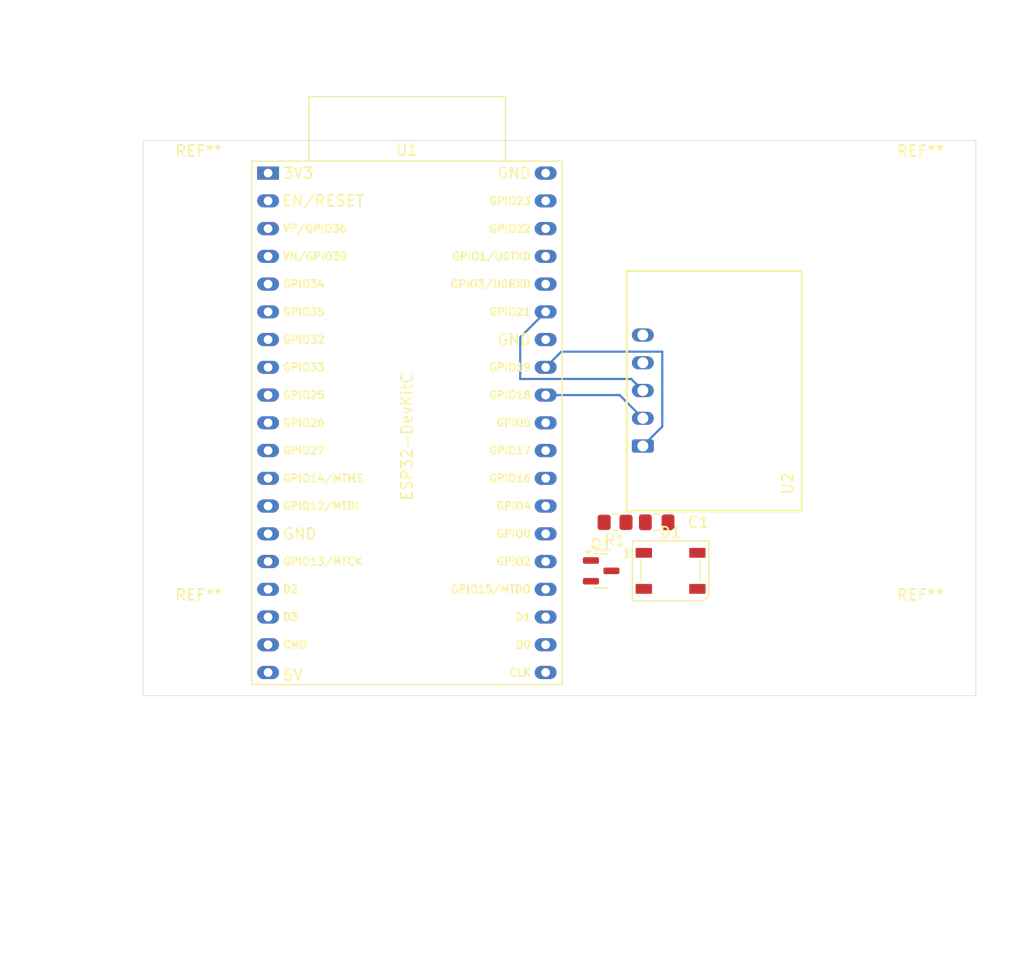
<source format=kicad_pcb>
(kicad_pcb (version 20241229) (generator "pcbnew") (generator_version "9.0")
  (layers (0 "F.Cu" signal) (2 "B.Cu" signal) (13 "F.Paste" user) (15 "B.Paste" user) (5 "F.SilkS" user "F.Silkscreen") (7 "B.SilkS" user "B.Silkscreen") (1 "F.Mask" user) (3 "B.Mask" user) (25 "Edge.Cuts" user))
  (net 0 "")
  (net 1 "Net-(D1-DIN)")
  (net 2 "+5V")
  (net 4 "GND")
  (net 22 "/RX")
  (net 32 "/OUT")
  (net 33 "/TX")
  (net 37 "+3.3V")
  (net 38 "Net-(Q1-S)")
  (footprint "Capacitor_SMD:C_0805_2012Metric_Pad1.18x1.45mm_HandSolder" (layer "F.Cu") (at 121.99 111.625)
    (property "Reference" "C1" (at 3.81 0 0) (layer "F.SilkS"))
    (property "Value" "0.1u")
    (fp_line (start -0.261252 -0.735) (end 0.261252 -0.735) (stroke (width 0.12)) (layer "F.SilkS"))
    (fp_line (start -0.261252 0.735) (end 0.261252 0.735) (stroke (width 0.12)) (layer "F.SilkS"))
    (pad "1" smd roundrect (at -1.0375 0) (size 1.175 1.45) (layers "F.Cu" "F.Mask" "F.Paste") (roundrect_rratio 0.212766) (net 2 "+5V"))
    (pad "2" smd roundrect (at 1.0375 0) (size 1.175 1.45) (layers "F.Cu" "F.Mask" "F.Paste") (roundrect_rratio 0.212766) (net 4 "GND"))
  )
  (footprint "MountingHole:MountingHole_3.2mm_M3" (layer "F.Cu") (at 146.12 81.78)
    (property "Reference" "REF**" (at 0 -4.15 0) (layer "F.SilkS"))
    (property "Value" "MountingHole_3.2mm_M3")
    (pad "" np_thru_hole circle (at 0 0) (size 3.2 3.2) (drill 3.2) (layers "*.Cu" "*.Mask"))
  )
  (footprint "MountingHole:MountingHole_3.2mm_M3" (layer "F.Cu") (at 80.08 122.42)
    (property "Reference" "REF**" (at 0 -4.15 0) (layer "F.SilkS"))
    (property "Value" "MountingHole_3.2mm_M3")
    (pad "" np_thru_hole circle (at 0 0) (size 3.2 3.2) (drill 3.2) (layers "*.Cu" "*.Mask"))
  )
  (footprint "LED_SMD:LED_WS2812B_PLCC4_5.0x5.0mm_P3.2mm" (layer "F.Cu") (at 123.26 116.07)
    (property "Reference" "D1" (at 0 -3.5 0) (layer "F.SilkS"))
    (property "Value" "WS2812B")
    (fp_line (start -3.5 -2.75) (end -3.5 2.75) (stroke (width 0.12)) (layer "F.SilkS"))
    (fp_line (start -3.5 -2.75) (end 3.5 -2.75) (stroke (width 0.12)) (layer "F.SilkS"))
    (fp_line (start -3.5 2.75) (end 3.05 2.75) (stroke (width 0.12)) (layer "F.SilkS"))
    (fp_line (start -2.7 0.9) (end -2.7 -0.9) (stroke (width 0.12)) (layer "F.SilkS"))
    (fp_line (start 2.7 0.9) (end 2.7 -0.9) (stroke (width 0.12)) (layer "F.SilkS"))
    (fp_line (start 3.05 2.75) (end 3.5 2.3) (stroke (width 0.12)) (layer "F.SilkS"))
    (fp_line (start 3.5 2.3) (end 3.5 -2.75) (stroke (width 0.12)) (layer "F.SilkS"))
    (fp_text user "1" (at -4 -1.6 0) (layer "F.SilkS") (effects (font (size 0.8 0.8))))
    (pad "1" smd roundrect (at -2.45 -1.65) (size 1.5 0.9) (layers "F.Cu" "F.Mask" "F.Paste") (roundrect_rratio 0.1) (net 2 "+5V"))
    (pad "2" smd roundrect (at -2.45 1.65) (size 1.5 0.9) (layers "F.Cu" "F.Mask" "F.Paste") (roundrect_rratio 0.1))
    (pad "3" smd roundrect (at 2.45 1.65) (size 1.5 0.9) (layers "F.Cu" "F.Mask" "F.Paste") (roundrect_rratio 0.1) (net 4 "GND"))
    (pad "4" smd roundrect (at 2.45 -1.65) (size 1.5 0.9) (layers "F.Cu" "F.Mask" "F.Paste") (roundrect_rratio 0.1) (net 1 "Net-(D1-DIN)"))
  )
  (footprint "HLK:LD2410C" (layer "F.Cu") (at 120.72 104.64 90)
    (property "Reference" "U2" (at -3.431 13.265 90) (layer "F.SilkS"))
    (property "Value" "LD2410C")
    (fp_rect (start -5.971 -1.465) (end 16.029 14.535) (stroke (width 0.2)) (fill no) (layer "F.SilkS"))
    (pad "1" thru_hole roundrect (at 0 0 90) (size 1.2 2) (drill 1) (layers "*.Cu" "*.Mask") (roundrect_rratio 0.1757592801) (net 33 "/TX"))
    (pad "2" thru_hole oval (at 2.54 0 90) (size 1.2 2) (drill 1) (layers "*.Cu" "*.Mask") (net 22 "/RX"))
    (pad "3" thru_hole oval (at 5.08 0 90) (size 1.2 2) (drill 1) (layers "*.Cu" "*.Mask") (net 32 "/OUT"))
    (pad "4" thru_hole oval (at 7.62 0 90) (size 1.2 2) (drill 1) (layers "*.Cu" "*.Mask") (net 4 "GND"))
    (pad "5" thru_hole oval (at 10.16 0 90) (size 1.2 2) (drill 1) (layers "*.Cu" "*.Mask") (net 2 "+5V"))
  )
  (footprint "Resistor_SMD:R_0805_2012Metric_Pad1.20x1.40mm_HandSolder" (layer "F.Cu") (at 118.18 111.625 180)
    (property "Reference" "R1" (at 0 -1.65 0) (layer "F.SilkS"))
    (property "Value" "10k")
    (fp_line (start -0.227064 0.735) (end 0.227064 0.735) (stroke (width 0.12)) (layer "F.SilkS"))
    (fp_line (start -0.227064 -0.735) (end 0.227064 -0.735) (stroke (width 0.12)) (layer "F.SilkS"))
    (pad "1" smd roundrect (at -1 0 180) (size 1.2 1.4) (layers "F.Cu" "F.Mask" "F.Paste") (roundrect_rratio 0.208333) (net 2 "+5V"))
    (pad "2" smd roundrect (at 1 0 180) (size 1.2 1.4) (layers "F.Cu" "F.Mask" "F.Paste") (roundrect_rratio 0.208333) (net 1 "Net-(D1-DIN)"))
  )
  (footprint "Espressif:ESP32-DevKitC" (layer "F.Cu") (at 86.43 79.65656)
    (property "Reference" "U1" (at 12.7 -2.1 0) (layer "F.SilkS"))
    (property "Value" "ESP32-DevKitC" (at 12.7 24.13 90) (layer "F.SilkS"))
    (fp_line (start -1.5 46.82) (end 26.899999 46.82) (stroke (width 0.12)) (layer "F.SilkS"))
    (fp_line (start -1.499999 -1.1) (end -1.5 46.82) (stroke (width 0.12)) (layer "F.SilkS"))
    (fp_line (start 3.73012 -7.01312) (end 21.71332 -7.01312) (stroke (width 0.12)) (layer "F.SilkS"))
    (fp_line (start 3.73012 -1.12032) (end 3.73012 -7.01312) (stroke (width 0.12)) (layer "F.SilkS"))
    (fp_line (start 21.71332 -7.01312) (end 21.71332 -1.12032) (stroke (width 0.12)) (layer "F.SilkS"))
    (fp_line (start 26.899999 46.82) (end 26.9 -1.1) (stroke (width 0.12)) (layer "F.SilkS"))
    (fp_line (start 26.9 -1.1) (end -1.499999 -1.1) (stroke (width 0.12)) (layer "F.SilkS"))
    (fp_text user "GPIO16" (at 24.13 27.94 0) (layer "F.SilkS") (effects (font (size 0.7 0.7)) (justify right)))
    (fp_text user "GND" (at 24.13 15.24 0) (layer "F.SilkS") (effects (justify right)))
    (fp_text user "D1" (at 24.13 40.64 0) (layer "F.SilkS") (effects (font (size 0.7 0.7)) (justify right)))
    (fp_text user "VP/GPIO36" (at 1.27 5.08 0) (layer "F.SilkS") (effects (font (size 0.7 0.7)) (justify left)))
    (fp_text user "GPIO18" (at 24.13 20.32 0) (layer "F.SilkS") (effects (font (size 0.7 0.7)) (justify right)))
    (fp_text user "GND" (at 1.27 33.02 0) (layer "F.SilkS") (effects (justify left)))
    (fp_text user "GPIO4" (at 24.13 30.48 0) (layer "F.SilkS") (effects (font (size 0.7 0.7)) (justify right)))
    (fp_text user "GPIO14/MTMS" (at 1.27 27.94 0) (layer "F.SilkS") (effects (font (size 0.7 0.7)) (justify left)))
    (fp_text user "3V3" (at 1.27 0 0) (layer "F.SilkS") (effects (justify left)))
    (fp_text user "GND" (at 24.13 0 0) (layer "F.SilkS") (effects (justify right)))
    (fp_text user "GPIO19" (at 24.13 17.78 0) (layer "F.SilkS") (effects (font (size 0.7 0.7)) (justify right)))
    (fp_text user "GPIO12/MTDI" (at 1.27 30.48 0) (layer "F.SilkS") (effects (font (size 0.7 0.7)) (justify left)))
    (fp_text user "GPIO33" (at 1.27 17.78 0) (layer "F.SilkS") (effects (font (size 0.7 0.7)) (justify left)))
    (fp_text user "CLK" (at 24.13 45.72 0) (layer "F.SilkS") (effects (font (size 0.7 0.7)) (justify right)))
    (fp_text user "GPIO34" (at 1.27 10.16 0) (layer "F.SilkS") (effects (font (size 0.7 0.7)) (justify left)))
    (fp_text user "GPIO5" (at 24.13 22.86 0) (layer "F.SilkS") (effects (font (size 0.7 0.7)) (justify right)))
    (fp_text user "GPIO0" (at 24.13 33.02 0) (layer "F.SilkS") (effects (font (size 0.7 0.7)) (justify right)))
    (fp_text user "GPIO2" (at 24.13 35.56 0) (layer "F.SilkS") (effects (font (size 0.7 0.7)) (justify right)))
    (fp_text user "GPIO17" (at 24.13 25.4 0) (layer "F.SilkS") (effects (font (size 0.7 0.7)) (justify right)))
    (fp_text user "GPIO25" (at 1.27 20.32 0) (layer "F.SilkS") (effects (font (size 0.7 0.7)) (justify left)))
    (fp_text user "GPIO26" (at 1.27 22.86 0) (layer "F.SilkS") (effects (font (size 0.7 0.7)) (justify left)))
    (fp_text user "GPIO13/MTCK" (at 1.27 35.56 0) (layer "F.SilkS") (effects (font (size 0.7 0.7)) (justify left)))
    (fp_text user "D3" (at 1.27 40.64 0) (layer "F.SilkS") (effects (font (size 0.7 0.7)) (justify left)))
    (fp_text user "GPIO23" (at 24.13 2.54 0) (layer "F.SilkS") (effects (font (size 0.7 0.7)) (justify right)))
    (fp_text user "VN/GPIO39" (at 1.27 7.62 0) (layer "F.SilkS") (effects (font (size 0.7 0.7)) (justify left)))
    (fp_text user "GPIO22" (at 24.13 5.08 0) (layer "F.SilkS") (effects (font (size 0.7 0.7)) (justify right)))
    (fp_text user "D2" (at 1.27 38.1 0) (layer "F.SilkS") (effects (font (size 0.7 0.7)) (justify left)))
    (fp_text user "GPIO3/U0RXD" (at 24.13 10.16 0) (layer "F.SilkS") (effects (font (size 0.7 0.7)) (justify right)))
    (fp_text user "GPIO15/MTDO" (at 24.13 38.1 0) (layer "F.SilkS") (effects (font (size 0.7 0.7)) (justify right)))
    (fp_text user "5V" (at 1.26632 45.97128 0) (layer "F.SilkS") (effects (justify left)))
    (fp_text user "EN/RESET" (at 8.88632 2.53728 0) (layer "F.SilkS") (effects (justify right)))
    (fp_text user "GPIO35" (at 1.27 12.7 0) (layer "F.SilkS") (effects (font (size 0.7 0.7)) (justify left)))
    (fp_text user "CMD" (at 1.27 43.18 0) (layer "F.SilkS") (effects (font (size 0.7 0.7)) (justify left)))
    (fp_text user "GPIO27" (at 1.27 25.4 0) (layer "F.SilkS") (effects (font (size 0.7 0.7)) (justify left)))
    (fp_text user "GPIO21" (at 24.13 12.7 0) (layer "F.SilkS") (effects (font (size 0.7 0.7)) (justify right)))
    (fp_text user "D0" (at 24.13 43.18 0) (layer "F.SilkS") (effects (font (size 0.7 0.7)) (justify right)))
    (fp_text user "GPIO1/U0TXD" (at 24.13 7.62 0) (layer "F.SilkS") (effects (font (size 0.7 0.7)) (justify right)))
    (fp_text user "GPIO32" (at 1.27 15.24 0) (layer "F.SilkS") (effects (font (size 0.7 0.7)) (justify left)))
    (pad "1" thru_hole rect (at 0 0 270) (size 1.2 2) (drill 0.8) (layers "*.Cu" "*.Mask") (net 37 "+3.3V"))
    (pad "2" thru_hole oval (at 0 2.54 270) (size 1.2 2) (drill 0.8) (layers "*.Cu" "*.Mask"))
    (pad "3" thru_hole oval (at 0 5.08 270) (size 1.2 2) (drill 0.8) (layers "*.Cu" "*.Mask"))
    (pad "4" thru_hole oval (at 0 7.62 270) (size 1.2 2) (drill 0.8) (layers "*.Cu" "*.Mask"))
    (pad "5" thru_hole oval (at 0 10.16 270) (size 1.2 2) (drill 0.8) (layers "*.Cu" "*.Mask"))
    (pad "6" thru_hole oval (at 0 12.7 270) (size 1.2 2) (drill 0.8) (layers "*.Cu" "*.Mask"))
    (pad "7" thru_hole oval (at 0 15.24 270) (size 1.2 2) (drill 0.8) (layers "*.Cu" "*.Mask"))
    (pad "8" thru_hole oval (at 0 17.78 270) (size 1.2 2) (drill 0.8) (layers "*.Cu" "*.Mask"))
    (pad "9" thru_hole oval (at 0 20.32 270) (size 1.2 2) (drill 0.8) (layers "*.Cu" "*.Mask"))
    (pad "10" thru_hole oval (at 0 22.86 270) (size 1.2 2) (drill 0.8) (layers "*.Cu" "*.Mask"))
    (pad "11" thru_hole oval (at 0 25.4 270) (size 1.2 2) (drill 0.8) (layers "*.Cu" "*.Mask"))
    (pad "12" thru_hole oval (at 0 27.94 270) (size 1.2 2) (drill 0.8) (layers "*.Cu" "*.Mask"))
    (pad "13" thru_hole oval (at 0 30.48 270) (size 1.2 2) (drill 0.8) (layers "*.Cu" "*.Mask"))
    (pad "14" thru_hole oval (at 0 33.02 270) (size 1.2 2) (drill 0.8) (layers "*.Cu" "*.Mask") (net 4 "GND"))
    (pad "15" thru_hole oval (at 0 35.56 270) (size 1.2 2) (drill 0.8) (layers "*.Cu" "*.Mask"))
    (pad "16" thru_hole oval (at 0 38.1 270) (size 1.2 2) (drill 0.8) (layers "*.Cu" "*.Mask"))
    (pad "17" thru_hole oval (at 0 40.64 270) (size 1.2 2) (drill 0.8) (layers "*.Cu" "*.Mask"))
    (pad "18" thru_hole oval (at 0 43.18 270) (size 1.2 2) (drill 0.8) (layers "*.Cu" "*.Mask"))
    (pad "19" thru_hole oval (at 0 45.72 270) (size 1.2 2) (drill 0.8) (layers "*.Cu" "*.Mask") (net 2 "+5V"))
    (pad "20" thru_hole oval (at 25.39632 45.71728 270) (size 1.2 2) (drill 0.8) (layers "*.Cu" "*.Mask"))
    (pad "21" thru_hole oval (at 25.39632 43.17728 270) (size 1.2 2) (drill 0.8) (layers "*.Cu" "*.Mask"))
    (pad "22" thru_hole oval (at 25.4 40.64 270) (size 1.2 2) (drill 0.8) (layers "*.Cu" "*.Mask"))
    (pad "23" thru_hole oval (at 25.4 38.1 270) (size 1.2 2) (drill 0.8) (layers "*.Cu" "*.Mask"))
    (pad "24" thru_hole oval (at 25.4 35.56 270) (size 1.2 2) (drill 0.8) (layers "*.Cu" "*.Mask"))
    (pad "25" thru_hole oval (at 25.4 33.02 270) (size 1.2 2) (drill 0.8) (layers "*.Cu" "*.Mask"))
    (pad "26" thru_hole oval (at 25.4 30.48 270) (size 1.2 2) (drill 0.8) (layers "*.Cu" "*.Mask"))
    (pad "27" thru_hole oval (at 25.4 27.94 270) (size 1.2 2) (drill 0.8) (layers "*.Cu" "*.Mask"))
    (pad "28" thru_hole oval (at 25.4 25.4 270) (size 1.2 2) (drill 0.8) (layers "*.Cu" "*.Mask"))
    (pad "29" thru_hole oval (at 25.4 22.86 270) (size 1.2 2) (drill 0.8) (layers "*.Cu" "*.Mask"))
    (pad "30" thru_hole oval (at 25.4 20.32 270) (size 1.2 2) (drill 0.8) (layers "*.Cu" "*.Mask") (net 22 "/RX"))
    (pad "31" thru_hole oval (at 25.4 17.78 270) (size 1.2 2) (drill 0.8) (layers "*.Cu" "*.Mask") (net 33 "/TX"))
    (pad "32" thru_hole oval (at 25.4 15.24 270) (size 1.2 2) (drill 0.8) (layers "*.Cu" "*.Mask") (net 4 "GND"))
    (pad "33" thru_hole oval (at 25.4 12.7 270) (size 1.2 2) (drill 0.8) (layers "*.Cu" "*.Mask") (net 32 "/OUT"))
    (pad "34" thru_hole oval (at 25.4 10.16 270) (size 1.2 2) (drill 0.8) (layers "*.Cu" "*.Mask"))
    (pad "35" thru_hole oval (at 25.4 7.62 270) (size 1.2 2) (drill 0.8) (layers "*.Cu" "*.Mask"))
    (pad "36" thru_hole oval (at 25.4 5.08 270) (size 1.2 2) (drill 0.8) (layers "*.Cu" "*.Mask") (net 38 "Net-(Q1-S)"))
    (pad "37" thru_hole oval (at 25.4 2.54 270) (size 1.2 2) (drill 0.8) (layers "*.Cu" "*.Mask"))
    (pad "38" thru_hole oval (at 25.4 0 270) (size 1.2 2) (drill 0.8) (layers "*.Cu" "*.Mask") (net 4 "GND"))
  )
  (footprint "MountingHole:MountingHole_3.2mm_M3" (layer "F.Cu") (at 146.12 122.42)
    (property "Reference" "REF**" (at 0 -4.15 0) (layer "F.SilkS"))
    (property "Value" "MountingHole_3.2mm_M3")
    (pad "" np_thru_hole circle (at 0 0) (size 3.2 3.2) (drill 3.2) (layers "*.Cu" "*.Mask"))
  )
  (footprint "MountingHole:MountingHole_3.2mm_M3" (layer "F.Cu") (at 80.08 81.78)
    (property "Reference" "REF**" (at 0 -4.15 0) (layer "F.SilkS"))
    (property "Value" "MountingHole_3.2mm_M3")
    (pad "" np_thru_hole circle (at 0 0) (size 3.2 3.2) (drill 3.2) (layers "*.Cu" "*.Mask"))
  )
  (footprint "Package_TO_SOT_SMD:SOT-23" (layer "F.Cu") (at 116.91 116.07)
    (property "Reference" "Q1" (at 0 -2.4 0) (layer "F.SilkS"))
    (property "Value" "BSS138")
    (fp_line (start 0 -1.56) (end -0.65 -1.56) (stroke (width 0.12)) (layer "F.SilkS"))
    (fp_line (start 0 -1.56) (end 0.65 -1.56) (stroke (width 0.12)) (layer "F.SilkS"))
    (fp_line (start 0 1.56) (end -0.65 1.56) (stroke (width 0.12)) (layer "F.SilkS"))
    (fp_line (start 0 1.56) (end 0.65 1.56) (stroke (width 0.12)) (layer "F.SilkS"))
    (fp_poly (pts (xy -1.1625 -1.51) (xy -1.4025 -1.84) (xy -0.9225 -1.84)) (stroke (width 0.12)) (fill yes) (layer "F.SilkS"))
    (pad "1" smd roundrect (at -0.9375 -0.95) (size 1.475 0.6) (layers "F.Cu" "F.Mask" "F.Paste") (net 37 "+3.3V"))
    (pad "2" smd roundrect (at -0.9375 0.95) (size 1.475 0.6) (layers "F.Cu" "F.Mask" "F.Paste") (net 38 "Net-(Q1-S)"))
    (pad "3" smd roundrect (at 0.9375 0) (size 1.475 0.6) (layers "F.Cu" "F.Mask" "F.Paste") (net 1 "Net-(D1-DIN)"))
  )
  (gr_rect (start 75 76.6746) (end 151.2 127.5) (stroke (width 0.05)) (fill no) (layer "Edge.Cuts"))
  (segment (start 118.59656 99.97656) (end 120.72 102.1) (width 0.2) (layer "B.Cu") (net 22))
  (segment (start 111.83 99.97656) (end 118.59656 99.97656) (width 0.2) (layer "B.Cu") (net 22))
  (segment (start 109.5 98.5) (end 109.5 94.68656) (width 0.2) (layer "B.Cu") (net 32))
  (segment (start 109.5 94.68656) (end 111.83 92.35656) (width 0.2) (layer "B.Cu") (net 32))
  (segment (start 119.66 98.5) (end 109.5 98.5) (width 0.2) (layer "B.Cu") (net 32))
  (segment (start 120.72 99.56) (end 119.66 98.5) (width 0.2) (layer "B.Cu") (net 32))
  (segment (start 122.5 96) (end 113.26656 96) (width 0.2) (layer "B.Cu") (net 33))
  (segment (start 120.72 104.64) (end 122.5 102.86) (width 0.2) (layer "B.Cu") (net 33))
  (segment (start 122.5 102.86) (end 122.5 96) (width 0.2) (layer "B.Cu") (net 33))
  (segment (start 113.26656 96) (end 111.83 97.43656) (width 0.2) (layer "B.Cu") (net 33))
)
</source>
